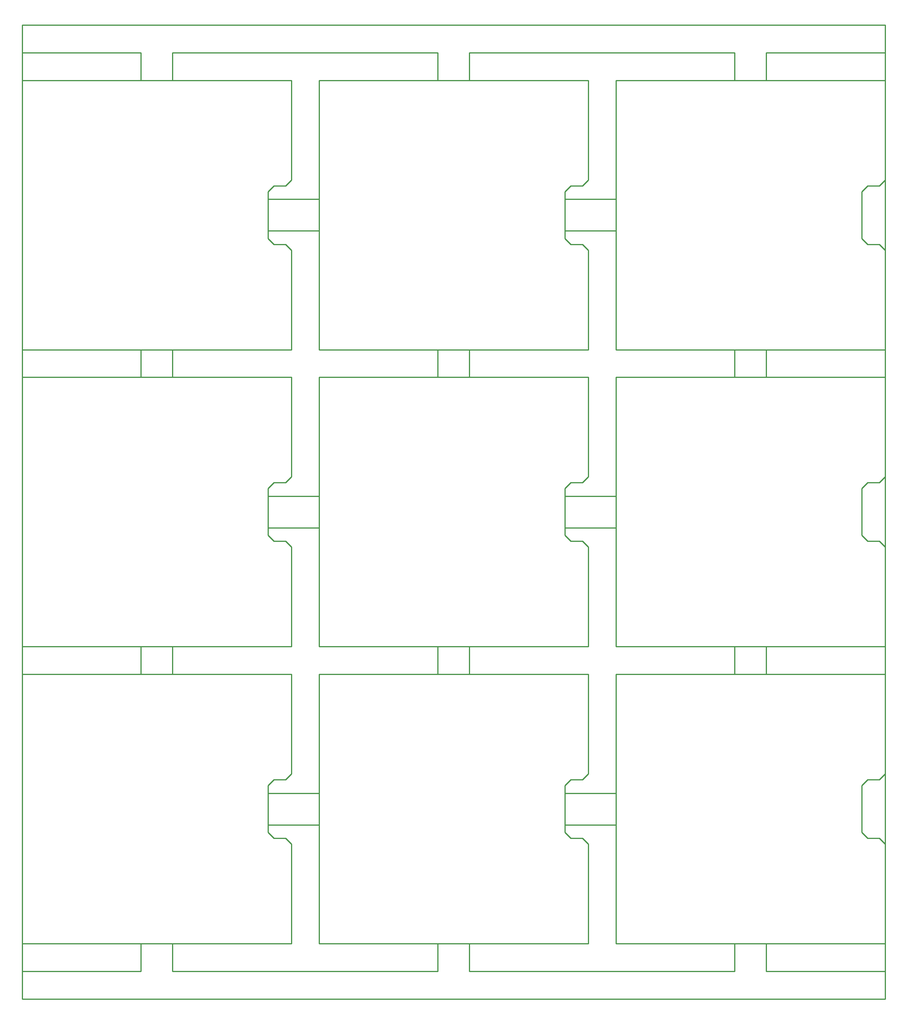
<source format=gko>
G04 Layer: BoardOutlineLayer*
G04 EasyEDA v6.5.29, 2023-07-09 12:27:17*
G04 4395022f8ddd444ca6db71cecef0689e,5a6b42c53f6a479593ecc07194224c93,10*
G04 Gerber Generator version 0.2*
G04 Scale: 100 percent, Rotated: No, Reflected: No *
G04 Dimensions in millimeters *
G04 leading zeros omitted , absolute positions ,4 integer and 5 decimal *
%FSLAX45Y45*%
%MOMM*%

%ADD10C,0.2540*%
D10*
X0Y5842000D02*
G01*
X5842000Y5842000D01*
X5842000Y3683000D01*
X5842000Y2159000D02*
G01*
X5842000Y0D01*
X0Y507D01*
X0Y5842000D01*
X5842000Y3683000D02*
G01*
X5715000Y3556000D01*
X5461000Y3556000D01*
X5334000Y3429000D01*
X5334000Y2413000D01*
X5461000Y2286000D01*
X5715000Y2286000D01*
X5842000Y2159000D01*
X6441998Y5842000D02*
G01*
X12283998Y5842000D01*
X12283998Y3683000D01*
X12283998Y2159000D02*
G01*
X12283998Y0D01*
X6441998Y507D01*
X6441998Y5842000D01*
X12283998Y3683000D02*
G01*
X12156998Y3556000D01*
X11902998Y3556000D01*
X11775998Y3429000D01*
X11775998Y2413000D01*
X11902998Y2286000D01*
X12156998Y2286000D01*
X12283998Y2159000D01*
X12883997Y5842000D02*
G01*
X18725997Y5842000D01*
X18725997Y3683000D01*
X18725997Y2159000D02*
G01*
X18725997Y0D01*
X12883997Y507D01*
X12883997Y5842000D01*
X18725997Y3683000D02*
G01*
X18598997Y3556000D01*
X18344997Y3556000D01*
X18217997Y3429000D01*
X18217997Y2413000D01*
X18344997Y2286000D01*
X18598997Y2286000D01*
X18725997Y2159000D01*
X0Y-599998D02*
G01*
X5842000Y-599998D01*
X5842000Y-2758998D01*
X5842000Y-4282998D02*
G01*
X5842000Y-6441998D01*
X0Y-6441490D01*
X0Y-599998D01*
X5842000Y-2758998D02*
G01*
X5715000Y-2885998D01*
X5461000Y-2885998D01*
X5334000Y-3012998D01*
X5334000Y-4028998D01*
X5461000Y-4155998D01*
X5715000Y-4155998D01*
X5842000Y-4282998D01*
X6441998Y-599998D02*
G01*
X12283998Y-599998D01*
X12283998Y-2758998D01*
X12283998Y-4282998D02*
G01*
X12283998Y-6441998D01*
X6441998Y-6441490D01*
X6441998Y-599998D01*
X12283998Y-2758998D02*
G01*
X12156998Y-2885998D01*
X11902998Y-2885998D01*
X11775998Y-3012998D01*
X11775998Y-4028998D01*
X11902998Y-4155998D01*
X12156998Y-4155998D01*
X12283998Y-4282998D01*
X12883997Y-599998D02*
G01*
X18725997Y-599998D01*
X18725997Y-2758998D01*
X18725997Y-4282998D02*
G01*
X18725997Y-6441998D01*
X12883997Y-6441490D01*
X12883997Y-599998D01*
X18725997Y-2758998D02*
G01*
X18598997Y-2885998D01*
X18344997Y-2885998D01*
X18217997Y-3012998D01*
X18217997Y-4028998D01*
X18344997Y-4155998D01*
X18598997Y-4155998D01*
X18725997Y-4282998D01*
X0Y-7041997D02*
G01*
X5842000Y-7041997D01*
X5842000Y-9200997D01*
X5842000Y-10724997D02*
G01*
X5842000Y-12883997D01*
X0Y-12883489D01*
X0Y-7041997D01*
X5842000Y-9200997D02*
G01*
X5715000Y-9327997D01*
X5461000Y-9327997D01*
X5334000Y-9454997D01*
X5334000Y-10470997D01*
X5461000Y-10597997D01*
X5715000Y-10597997D01*
X5842000Y-10724997D01*
X6441998Y-7041997D02*
G01*
X12283998Y-7041997D01*
X12283998Y-9200997D01*
X12283998Y-10724997D02*
G01*
X12283998Y-12883997D01*
X6441998Y-12883489D01*
X6441998Y-7041997D01*
X12283998Y-9200997D02*
G01*
X12156998Y-9327997D01*
X11902998Y-9327997D01*
X11775998Y-9454997D01*
X11775998Y-10470997D01*
X11902998Y-10597997D01*
X12156998Y-10597997D01*
X12283998Y-10724997D01*
X12883997Y-7041997D02*
G01*
X18725997Y-7041997D01*
X18725997Y-9200997D01*
X18725997Y-10724997D02*
G01*
X18725997Y-12883997D01*
X12883997Y-12883489D01*
X12883997Y-7041997D01*
X18725997Y-9200997D02*
G01*
X18598997Y-9327997D01*
X18344997Y-9327997D01*
X18217997Y-9454997D01*
X18217997Y-10470997D01*
X18344997Y-10597997D01*
X18598997Y-10597997D01*
X18725997Y-10724997D01*
X0Y7041997D02*
G01*
X18725997Y7041997D01*
X18725997Y-14083995D01*
X0Y-14083995D01*
X0Y7041997D01*
X2578996Y6441998D02*
G01*
X0Y6441998D01*
X2578996Y-13483996D02*
G01*
X0Y-13483996D01*
X9020995Y6441998D02*
G01*
X3263005Y6441998D01*
X9020995Y-13483996D02*
G01*
X3263005Y-13483996D01*
X15462994Y6441998D02*
G01*
X9705004Y6441998D01*
X15462994Y-13483996D02*
G01*
X9705004Y-13483996D01*
X18725997Y6441998D02*
G01*
X16147003Y6441998D01*
X18725997Y-13483996D02*
G01*
X16147003Y-13483996D01*
X2578996Y-590831D02*
G01*
X2578996Y-8882D01*
X3263005Y-590831D02*
G01*
X3263005Y-8943D01*
X9020995Y-590831D02*
G01*
X9020995Y-8882D01*
X9705004Y-590831D02*
G01*
X9705004Y-8943D01*
X15462994Y-590831D02*
G01*
X15462994Y-8882D01*
X16147003Y-590831D02*
G01*
X16147003Y-8943D01*
X2578996Y-7032830D02*
G01*
X2578996Y-6450881D01*
X3263005Y-7032830D02*
G01*
X3263005Y-6450942D01*
X9020995Y-7032830D02*
G01*
X9020995Y-6450881D01*
X9705004Y-7032830D02*
G01*
X9705004Y-6450942D01*
X15462994Y-7032830D02*
G01*
X15462994Y-6450881D01*
X16147003Y-7032830D02*
G01*
X16147003Y-6450942D01*
X6432831Y3263003D02*
G01*
X5343166Y3263003D01*
X6432831Y2578994D02*
G01*
X5343166Y2578994D01*
X12874830Y3263003D02*
G01*
X11785165Y3263003D01*
X12874830Y2578994D02*
G01*
X11785165Y2578994D01*
X6432831Y-3178995D02*
G01*
X5343166Y-3178995D01*
X6432831Y-3863004D02*
G01*
X5343166Y-3863004D01*
X12874830Y-3178995D02*
G01*
X11785165Y-3178995D01*
X12874830Y-3863004D02*
G01*
X11785165Y-3863004D01*
X6432831Y-9620994D02*
G01*
X5343166Y-9620994D01*
X6432831Y-10305003D02*
G01*
X5343166Y-10305003D01*
X12874830Y-9620994D02*
G01*
X11785165Y-9620994D01*
X12874830Y-10305003D02*
G01*
X11785165Y-10305003D01*
X2578996Y5851166D02*
G01*
X2578996Y6441998D01*
X2578996Y-13483996D02*
G01*
X2578996Y-12892879D01*
X3263005Y5851166D02*
G01*
X3263005Y6441998D01*
X3263005Y-13483996D02*
G01*
X3263005Y-12892940D01*
X9020995Y5851166D02*
G01*
X9020995Y6441998D01*
X9020995Y-13483996D02*
G01*
X9020995Y-12892879D01*
X9705004Y5851166D02*
G01*
X9705004Y6441998D01*
X9705004Y-13483996D02*
G01*
X9705004Y-12892940D01*
X15462994Y5851166D02*
G01*
X15462994Y6441998D01*
X15462994Y-13483996D02*
G01*
X15462994Y-12892879D01*
X16147003Y5851166D02*
G01*
X16147003Y6441998D01*
X16147003Y-13483996D02*
G01*
X16147003Y-12892940D01*

%LPD*%
M02*

</source>
